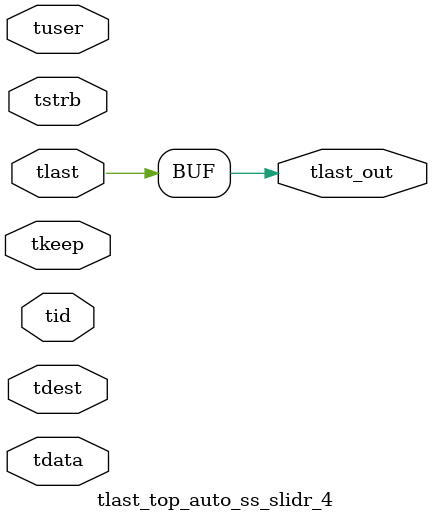
<source format=v>


`timescale 1ps/1ps

module tlast_top_auto_ss_slidr_4 #
(
parameter C_S_AXIS_TID_WIDTH   = 1,
parameter C_S_AXIS_TUSER_WIDTH = 0,
parameter C_S_AXIS_TDATA_WIDTH = 0,
parameter C_S_AXIS_TDEST_WIDTH = 0
)
(
input  [(C_S_AXIS_TID_WIDTH   == 0 ? 1 : C_S_AXIS_TID_WIDTH)-1:0       ] tid,
input  [(C_S_AXIS_TDATA_WIDTH == 0 ? 1 : C_S_AXIS_TDATA_WIDTH)-1:0     ] tdata,
input  [(C_S_AXIS_TUSER_WIDTH == 0 ? 1 : C_S_AXIS_TUSER_WIDTH)-1:0     ] tuser,
input  [(C_S_AXIS_TDEST_WIDTH == 0 ? 1 : C_S_AXIS_TDEST_WIDTH)-1:0     ] tdest,
input  [(C_S_AXIS_TDATA_WIDTH/8)-1:0 ] tkeep,
input  [(C_S_AXIS_TDATA_WIDTH/8)-1:0 ] tstrb,
input  [0:0]                                                             tlast,
output                                                                   tlast_out
);

assign tlast_out = {tlast};

endmodule


</source>
